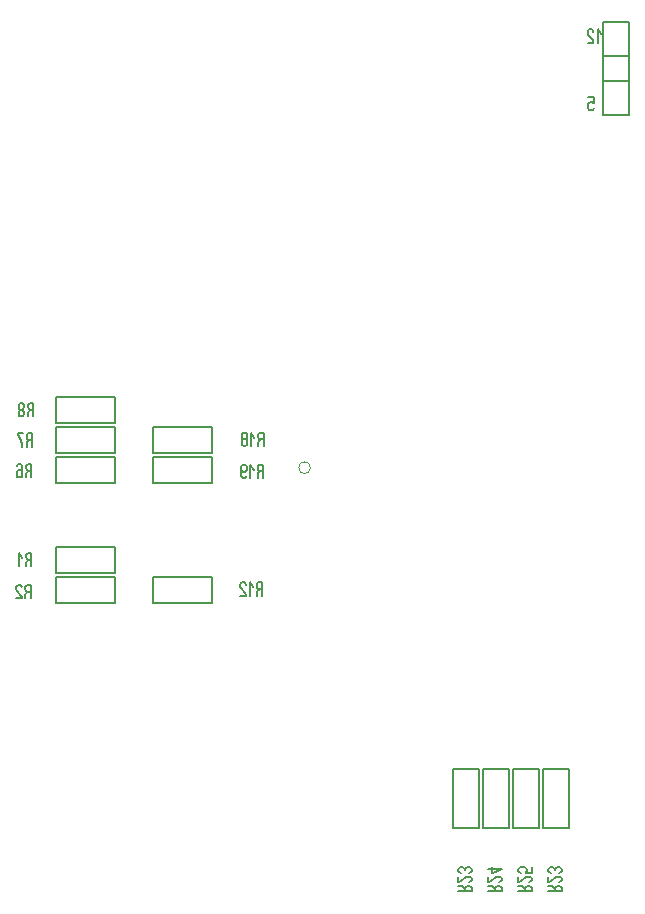
<source format=gbr>
%FSLAX34Y34*%
%MOMM*%
%LNSILK_BOTTOM*%
G71*
G01*
%ADD10C, 0.000*%
%ADD11C, 0.150*%
%ADD12C, 0.206*%
%ADD13C, 0.144*%
%LPD*%
G54D10*
G75*
G01X401375Y396094D02*
G03X401375Y396094I-5000J0D01*
G01*
G54D11*
X649400Y723000D02*
X671400Y723000D01*
X671400Y773000D01*
X649400Y773000D01*
X649400Y723000D01*
G54D11*
X649400Y695000D02*
X671400Y695000D01*
X671400Y745000D01*
X649400Y745000D01*
X649400Y695000D01*
G54D12*
X636728Y710056D02*
X641350Y710056D01*
X641350Y705000D01*
X640772Y705000D01*
X639617Y705722D01*
X638461Y705722D01*
X637306Y705000D01*
X636728Y703556D01*
X636728Y700667D01*
X637306Y699222D01*
X638461Y698500D01*
X639617Y698500D01*
X640772Y699222D01*
X641350Y700667D01*
G54D12*
X647700Y762872D02*
X644811Y767206D01*
X644811Y755650D01*
G54D12*
X636145Y755650D02*
X640767Y755650D01*
X640767Y756372D01*
X640189Y757817D01*
X636723Y762150D01*
X636145Y763594D01*
X636145Y765039D01*
X636723Y766483D01*
X637878Y767206D01*
X639034Y767206D01*
X640189Y766483D01*
X640767Y765039D01*
G54D11*
X318400Y281100D02*
X318400Y303100D01*
X268400Y303100D01*
X268400Y281100D01*
X318400Y281100D01*
G54D11*
X318400Y382700D02*
X318400Y404700D01*
X268400Y404700D01*
X268400Y382700D01*
X318400Y382700D01*
G54D11*
X318400Y408100D02*
X318400Y430100D01*
X268400Y430100D01*
X268400Y408100D01*
X318400Y408100D01*
G54D11*
X235850Y433500D02*
X235850Y455500D01*
X185850Y455500D01*
X185850Y433500D01*
X235850Y433500D01*
G54D11*
X235850Y408100D02*
X235850Y430100D01*
X185850Y430100D01*
X185850Y408100D01*
X235850Y408100D01*
G54D11*
X235850Y306500D02*
X235850Y328500D01*
X185850Y328500D01*
X185850Y306500D01*
X235850Y306500D01*
G54D11*
X235850Y281100D02*
X235850Y303100D01*
X185850Y303100D01*
X185850Y281100D01*
X235850Y281100D01*
G54D11*
X235850Y382700D02*
X235850Y404700D01*
X185850Y404700D01*
X185850Y382700D01*
X235850Y382700D01*
G54D13*
X162851Y318165D02*
X161118Y316721D01*
X160540Y315276D01*
X160540Y312388D01*
G54D13*
X165162Y312388D02*
X165162Y323943D01*
X162274Y323943D01*
X161118Y323221D01*
X160540Y321776D01*
X160540Y320332D01*
X161118Y318888D01*
X162274Y318165D01*
X165162Y318165D01*
G54D13*
X157362Y319610D02*
X154474Y323943D01*
X154474Y312388D01*
G54D13*
X162375Y291178D02*
X160642Y289733D01*
X160064Y288289D01*
X160064Y285400D01*
G54D13*
X164686Y285400D02*
X164686Y296956D01*
X161797Y296956D01*
X160642Y296233D01*
X160064Y294789D01*
X160064Y293344D01*
X160642Y291900D01*
X161797Y291178D01*
X164686Y291178D01*
G54D13*
X152264Y285400D02*
X156886Y285400D01*
X156886Y286122D01*
X156308Y287567D01*
X152842Y291900D01*
X152264Y293344D01*
X152264Y294789D01*
X152842Y296233D01*
X153997Y296956D01*
X155153Y296956D01*
X156308Y296233D01*
X156886Y294789D01*
G54D13*
X358273Y293242D02*
X356539Y291797D01*
X355962Y290353D01*
X355962Y287464D01*
G54D13*
X360584Y287464D02*
X360584Y299019D01*
X357695Y299019D01*
X356539Y298297D01*
X355962Y296853D01*
X355962Y295408D01*
X356539Y293964D01*
X357695Y293242D01*
X360584Y293242D01*
G54D13*
X352784Y294686D02*
X349895Y299019D01*
X349895Y287464D01*
G54D13*
X342094Y287464D02*
X346717Y287464D01*
X346717Y288186D01*
X346139Y289630D01*
X342672Y293964D01*
X342094Y295408D01*
X342094Y296853D01*
X342672Y298297D01*
X343828Y299019D01*
X344983Y299019D01*
X346139Y298297D01*
X346717Y296853D01*
G54D13*
X358908Y392936D02*
X357174Y391492D01*
X356596Y390048D01*
X356596Y387159D01*
G54D13*
X361219Y387159D02*
X361219Y398714D01*
X358330Y398714D01*
X357174Y397992D01*
X356596Y396548D01*
X356596Y395103D01*
X357174Y393659D01*
X358330Y392936D01*
X361219Y392936D01*
G54D13*
X353419Y394381D02*
X350530Y398714D01*
X350530Y387159D01*
G54D13*
X347352Y389325D02*
X346774Y387881D01*
X345618Y387159D01*
X344463Y387159D01*
X343307Y387881D01*
X342730Y389325D01*
X342730Y392936D01*
X342730Y393659D01*
X344463Y392214D01*
X345618Y392214D01*
X346774Y392936D01*
X347352Y394381D01*
X347352Y396548D01*
X346774Y397992D01*
X345618Y398714D01*
X344463Y398714D01*
X343307Y397992D01*
X342730Y396548D01*
X342730Y392936D01*
G54D13*
X359384Y419924D02*
X357651Y418480D01*
X357073Y417035D01*
X357073Y414146D01*
G54D13*
X361695Y414146D02*
X361695Y425702D01*
X358806Y425702D01*
X357651Y424980D01*
X357073Y423535D01*
X357073Y422091D01*
X357651Y420646D01*
X358806Y419924D01*
X361695Y419924D01*
G54D13*
X353895Y421368D02*
X351006Y425702D01*
X351006Y414146D01*
G54D13*
X344939Y419924D02*
X346095Y419924D01*
X347250Y420646D01*
X347828Y422091D01*
X347828Y423535D01*
X347250Y424980D01*
X346095Y425702D01*
X344939Y425702D01*
X343784Y424980D01*
X343206Y423535D01*
X343206Y422091D01*
X343784Y420646D01*
X344939Y419924D01*
X343784Y419202D01*
X343206Y417757D01*
X343206Y416313D01*
X343784Y414868D01*
X344939Y414146D01*
X346095Y414146D01*
X347250Y414868D01*
X347828Y416313D01*
X347828Y417757D01*
X347250Y419202D01*
X346095Y419924D01*
G54D13*
X164439Y445165D02*
X162706Y443721D01*
X162128Y442276D01*
X162128Y439388D01*
G54D13*
X166750Y439388D02*
X166750Y450943D01*
X163861Y450943D01*
X162706Y450221D01*
X162128Y448776D01*
X162128Y447332D01*
X162706Y445888D01*
X163861Y445165D01*
X166750Y445165D01*
G54D13*
X156061Y445165D02*
X157217Y445165D01*
X158372Y445888D01*
X158950Y447332D01*
X158950Y448776D01*
X158372Y450221D01*
X157217Y450943D01*
X156061Y450943D01*
X154906Y450221D01*
X154328Y448776D01*
X154328Y447332D01*
X154906Y445888D01*
X156061Y445165D01*
X154906Y444443D01*
X154328Y442999D01*
X154328Y441554D01*
X154906Y440110D01*
X156061Y439388D01*
X157217Y439388D01*
X158372Y440110D01*
X158950Y441554D01*
X158950Y442999D01*
X158372Y444443D01*
X157217Y445165D01*
G54D13*
X163486Y419289D02*
X161753Y417845D01*
X161175Y416400D01*
X161175Y413511D01*
G54D13*
X165798Y413511D02*
X165798Y425067D01*
X162909Y425067D01*
X161753Y424345D01*
X161175Y422900D01*
X161175Y421456D01*
X161753Y420011D01*
X162909Y419289D01*
X165798Y419289D01*
G54D13*
X157998Y425067D02*
X153375Y425067D01*
X153953Y423622D01*
X155109Y421456D01*
X156264Y418567D01*
X156842Y416400D01*
X156842Y413511D01*
G54D13*
X162851Y393572D02*
X161118Y392127D01*
X160540Y390683D01*
X160540Y387794D01*
G54D13*
X165162Y387794D02*
X165162Y399349D01*
X162274Y399349D01*
X161118Y398627D01*
X160540Y397183D01*
X160540Y395738D01*
X161118Y394294D01*
X162274Y393572D01*
X165162Y393572D01*
G54D13*
X152740Y397183D02*
X153318Y398627D01*
X154474Y399349D01*
X155629Y399349D01*
X156785Y398627D01*
X157362Y397183D01*
X157362Y393572D01*
X157362Y392849D01*
X155629Y394294D01*
X154474Y394294D01*
X153318Y393572D01*
X152740Y392127D01*
X152740Y389960D01*
X153318Y388516D01*
X154474Y387794D01*
X155629Y387794D01*
X156785Y388516D01*
X157362Y389960D01*
X157362Y393572D01*
G54D11*
X522400Y90600D02*
X544400Y90600D01*
X544400Y140600D01*
X522400Y140600D01*
X522400Y90600D01*
G54D13*
X532160Y39615D02*
X530716Y41348D01*
X529271Y41926D01*
X526382Y41926D01*
G54D13*
X526382Y37304D02*
X537938Y37304D01*
X537938Y40193D01*
X537216Y41348D01*
X535771Y41926D01*
X534327Y41926D01*
X532882Y41348D01*
X532160Y40193D01*
X532160Y37304D01*
G54D13*
X526382Y49726D02*
X526382Y45104D01*
X527105Y45104D01*
X528549Y45682D01*
X532882Y49148D01*
X534327Y49726D01*
X535771Y49726D01*
X537216Y49148D01*
X537938Y47993D01*
X537938Y46837D01*
X537216Y45682D01*
X535771Y45104D01*
G54D13*
X535771Y52904D02*
X537216Y53482D01*
X537938Y54637D01*
X537938Y55793D01*
X537216Y56948D01*
X535771Y57526D01*
X534327Y57526D01*
X532882Y56948D01*
X532160Y55793D01*
X531438Y56948D01*
X529994Y57526D01*
X528549Y57526D01*
X527105Y56948D01*
X526382Y55793D01*
X526382Y54637D01*
X527105Y53482D01*
X528549Y52904D01*
G54D11*
X547800Y90600D02*
X569800Y90600D01*
X569800Y140600D01*
X547800Y140600D01*
X547800Y90600D01*
G54D13*
X557560Y39615D02*
X556116Y41348D01*
X554671Y41926D01*
X551782Y41926D01*
G54D13*
X551782Y37304D02*
X563338Y37304D01*
X563338Y40193D01*
X562616Y41348D01*
X561171Y41926D01*
X559727Y41926D01*
X558282Y41348D01*
X557560Y40193D01*
X557560Y37304D01*
G54D13*
X551782Y49726D02*
X551782Y45104D01*
X552505Y45104D01*
X553949Y45682D01*
X558282Y49148D01*
X559727Y49726D01*
X561171Y49726D01*
X562616Y49148D01*
X563338Y47993D01*
X563338Y46837D01*
X562616Y45682D01*
X561171Y45104D01*
G54D13*
X551782Y56370D02*
X563338Y56370D01*
X556116Y52904D01*
X554671Y52904D01*
X554671Y57526D01*
G54D11*
X573200Y90600D02*
X595200Y90600D01*
X595200Y140600D01*
X573200Y140600D01*
X573200Y90600D01*
G54D13*
X582960Y39615D02*
X581516Y41348D01*
X580071Y41926D01*
X577182Y41926D01*
G54D13*
X577182Y37304D02*
X588738Y37304D01*
X588738Y40193D01*
X588016Y41348D01*
X586571Y41926D01*
X585127Y41926D01*
X583682Y41348D01*
X582960Y40193D01*
X582960Y37304D01*
G54D13*
X577182Y49726D02*
X577182Y45104D01*
X577905Y45104D01*
X579349Y45682D01*
X583682Y49148D01*
X585127Y49726D01*
X586571Y49726D01*
X588016Y49148D01*
X588738Y47993D01*
X588738Y46837D01*
X588016Y45682D01*
X586571Y45104D01*
G54D13*
X588738Y57526D02*
X588738Y52904D01*
X583682Y52904D01*
X583682Y53482D01*
X584405Y54637D01*
X584405Y55793D01*
X583682Y56948D01*
X582238Y57526D01*
X579349Y57526D01*
X577905Y56948D01*
X577182Y55793D01*
X577182Y54637D01*
X577905Y53482D01*
X579349Y52904D01*
G54D11*
X598600Y90600D02*
X620600Y90600D01*
X620600Y140600D01*
X598600Y140600D01*
X598600Y90600D01*
G54D13*
X608360Y39615D02*
X606916Y41348D01*
X605471Y41926D01*
X602582Y41926D01*
G54D13*
X602582Y37304D02*
X614138Y37304D01*
X614138Y40193D01*
X613416Y41348D01*
X611971Y41926D01*
X610527Y41926D01*
X609082Y41348D01*
X608360Y40193D01*
X608360Y37304D01*
G54D13*
X602582Y49726D02*
X602582Y45104D01*
X603305Y45104D01*
X604749Y45682D01*
X609082Y49148D01*
X610527Y49726D01*
X611971Y49726D01*
X613416Y49148D01*
X614138Y47993D01*
X614138Y46837D01*
X613416Y45682D01*
X611971Y45104D01*
G54D13*
X611971Y52904D02*
X613416Y53482D01*
X614138Y54637D01*
X614138Y55793D01*
X613416Y56948D01*
X611971Y57526D01*
X610527Y57526D01*
X609082Y56948D01*
X608360Y55793D01*
X607638Y56948D01*
X606194Y57526D01*
X604749Y57526D01*
X603305Y56948D01*
X602582Y55793D01*
X602582Y54637D01*
X603305Y53482D01*
X604749Y52904D01*
M02*

</source>
